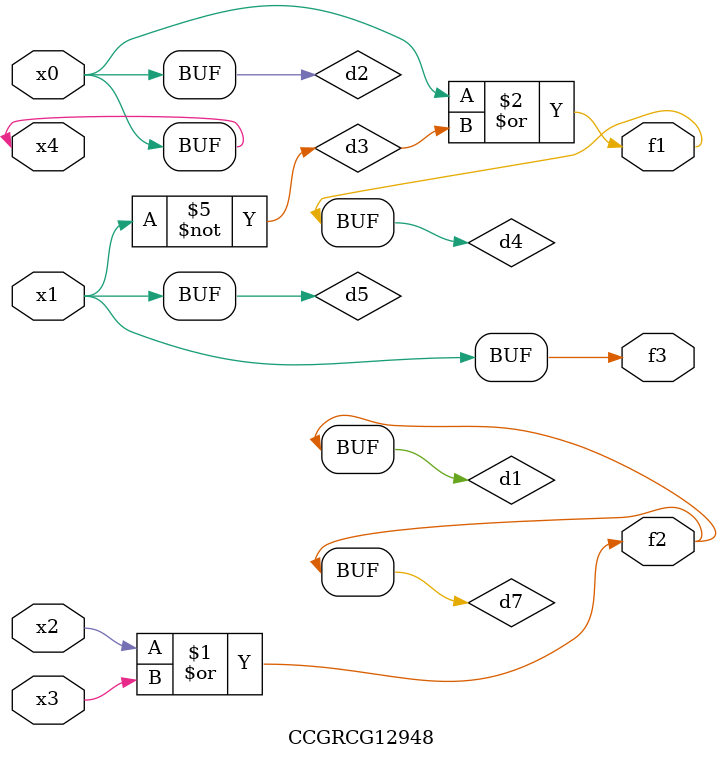
<source format=v>
module CCGRCG12948(
	input x0, x1, x2, x3, x4,
	output f1, f2, f3
);

	wire d1, d2, d3, d4, d5, d6, d7;

	or (d1, x2, x3);
	buf (d2, x0, x4);
	not (d3, x1);
	or (d4, d2, d3);
	not (d5, d3);
	nand (d6, d1, d3);
	or (d7, d1);
	assign f1 = d4;
	assign f2 = d7;
	assign f3 = d5;
endmodule

</source>
